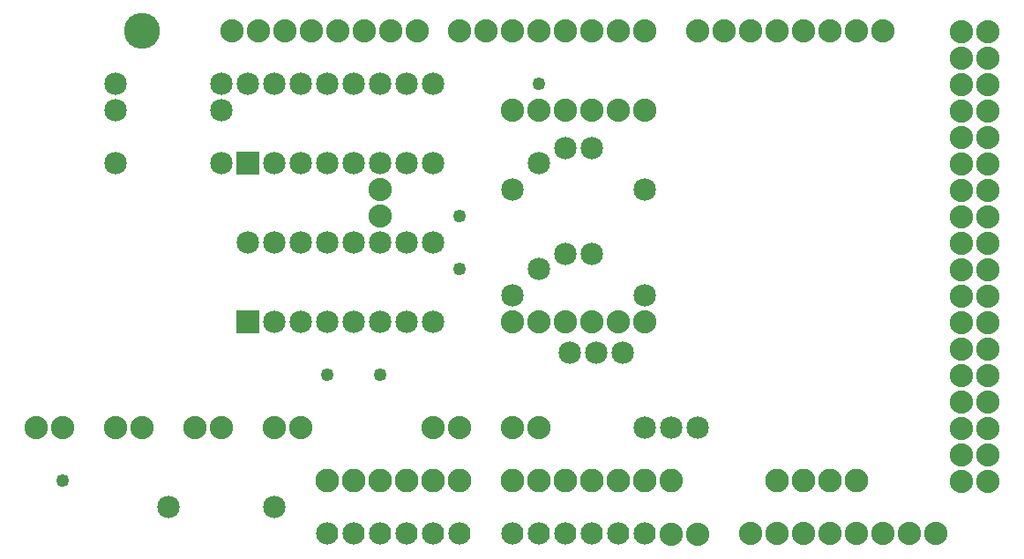
<source format=gbs>
G04 MADE WITH FRITZING*
G04 WWW.FRITZING.ORG*
G04 DOUBLE SIDED*
G04 HOLES PLATED*
G04 CONTOUR ON CENTER OF CONTOUR VECTOR*
%ASAXBY*%
%FSLAX23Y23*%
%MOIN*%
%OFA0B0*%
%SFA1.0B1.0*%
%ADD10C,0.049370*%
%ADD11C,0.088740*%
%ADD12C,0.085000*%
%ADD13C,0.088000*%
%ADD14C,0.089370*%
%ADD15C,0.084000*%
%ADD16C,0.135984*%
%ADD17R,0.085000X0.085000*%
%LNMASK0*%
G90*
G70*
G54D10*
X301Y417D03*
X2101Y1917D03*
G54D11*
X2601Y417D03*
G54D12*
X2701Y617D03*
X2418Y900D03*
G54D13*
X2600Y216D03*
X2700Y216D03*
G54D14*
X1301Y417D03*
X1401Y417D03*
X1501Y417D03*
X1601Y417D03*
X1701Y417D03*
X1801Y417D03*
X2401Y417D03*
X2301Y417D03*
X2201Y417D03*
X2001Y417D03*
X3301Y417D03*
X3201Y417D03*
X3101Y417D03*
X3001Y417D03*
X2101Y417D03*
X2501Y417D03*
G54D15*
X1301Y217D03*
X1401Y217D03*
X1501Y217D03*
X1601Y217D03*
X1701Y217D03*
X1801Y217D03*
X2001Y217D03*
X2101Y217D03*
X2201Y217D03*
X2301Y217D03*
X2401Y217D03*
X2501Y217D03*
G54D13*
X2001Y617D03*
X2101Y617D03*
X1701Y617D03*
X1801Y617D03*
X1101Y617D03*
X1201Y617D03*
X1501Y1417D03*
X1501Y1517D03*
X801Y617D03*
X901Y617D03*
X501Y617D03*
X601Y617D03*
X201Y617D03*
X301Y617D03*
X2001Y1017D03*
X2101Y1017D03*
X2201Y1017D03*
X2301Y1017D03*
X2401Y1017D03*
X2501Y1017D03*
G54D10*
X1801Y1217D03*
X1801Y1417D03*
G54D13*
X2901Y217D03*
X3001Y217D03*
X3101Y217D03*
X3201Y217D03*
X3301Y217D03*
X3401Y217D03*
X3501Y217D03*
X3601Y217D03*
X3699Y2115D03*
X3699Y2015D03*
X3699Y1915D03*
X3699Y1815D03*
X3699Y1715D03*
X3699Y1615D03*
X3699Y1515D03*
X3699Y1415D03*
X3699Y1315D03*
X3699Y1215D03*
X3699Y1115D03*
X3699Y1015D03*
X3699Y915D03*
X3699Y815D03*
X3699Y715D03*
X3699Y615D03*
X3699Y515D03*
X3699Y415D03*
X3699Y2115D03*
X3699Y2015D03*
X3699Y1915D03*
X3699Y1815D03*
X3699Y1715D03*
X3699Y1615D03*
X3699Y1515D03*
X3699Y1415D03*
X3699Y1315D03*
X3699Y1215D03*
X3699Y1115D03*
X3699Y1015D03*
X3699Y915D03*
X3699Y815D03*
X3699Y715D03*
X3699Y615D03*
X3699Y515D03*
X3699Y415D03*
X3799Y415D03*
X3799Y515D03*
X3799Y615D03*
X3799Y715D03*
X3799Y815D03*
X3799Y915D03*
X3799Y1015D03*
X3799Y1115D03*
X3799Y1215D03*
X3799Y1315D03*
X3799Y1415D03*
X3799Y1515D03*
X3799Y1615D03*
X3799Y1715D03*
X3799Y1815D03*
X3799Y1915D03*
X3799Y2015D03*
X3799Y2115D03*
X2701Y2117D03*
X2801Y2117D03*
X2901Y2117D03*
X3001Y2117D03*
X3101Y2117D03*
X3201Y2117D03*
X3301Y2117D03*
X3401Y2117D03*
X1801Y2117D03*
X1901Y2117D03*
X2001Y2117D03*
X2101Y2117D03*
X2201Y2117D03*
X2301Y2117D03*
X2401Y2117D03*
X2501Y2117D03*
X942Y2117D03*
X1042Y2117D03*
X1142Y2117D03*
X1242Y2117D03*
X1342Y2117D03*
X1442Y2117D03*
X1542Y2117D03*
X1642Y2117D03*
G54D10*
X1301Y817D03*
X1501Y817D03*
G54D13*
X2001Y1817D03*
X2101Y1817D03*
X2201Y1817D03*
X2301Y1817D03*
X2401Y1817D03*
X2501Y1817D03*
G54D12*
X1001Y1017D03*
X1001Y1317D03*
X1101Y1017D03*
X1101Y1317D03*
X1201Y1017D03*
X1201Y1317D03*
X1301Y1017D03*
X1301Y1317D03*
X1401Y1017D03*
X1401Y1317D03*
X1501Y1017D03*
X1501Y1317D03*
X1601Y1017D03*
X1601Y1317D03*
X1701Y1017D03*
X1701Y1317D03*
X1001Y1617D03*
X1001Y1917D03*
X1101Y1617D03*
X1101Y1917D03*
X1201Y1617D03*
X1201Y1917D03*
X1301Y1617D03*
X1301Y1917D03*
X1401Y1617D03*
X1401Y1917D03*
X1501Y1617D03*
X1501Y1917D03*
X1601Y1617D03*
X1601Y1917D03*
X1701Y1617D03*
X1701Y1917D03*
X2501Y1117D03*
X2501Y1517D03*
X2301Y1276D03*
X2301Y1676D03*
X701Y317D03*
X1101Y317D03*
X2501Y617D03*
X2218Y900D03*
X2601Y617D03*
X2318Y900D03*
X2101Y1217D03*
X2101Y1617D03*
X2001Y1117D03*
X2001Y1517D03*
X2201Y1276D03*
X2201Y1676D03*
X501Y1617D03*
X901Y1617D03*
X501Y1917D03*
X901Y1917D03*
X501Y1817D03*
X901Y1817D03*
G54D16*
X601Y2117D03*
G54D17*
X1001Y1017D03*
X1001Y1617D03*
G04 End of Mask0*
M02*
</source>
